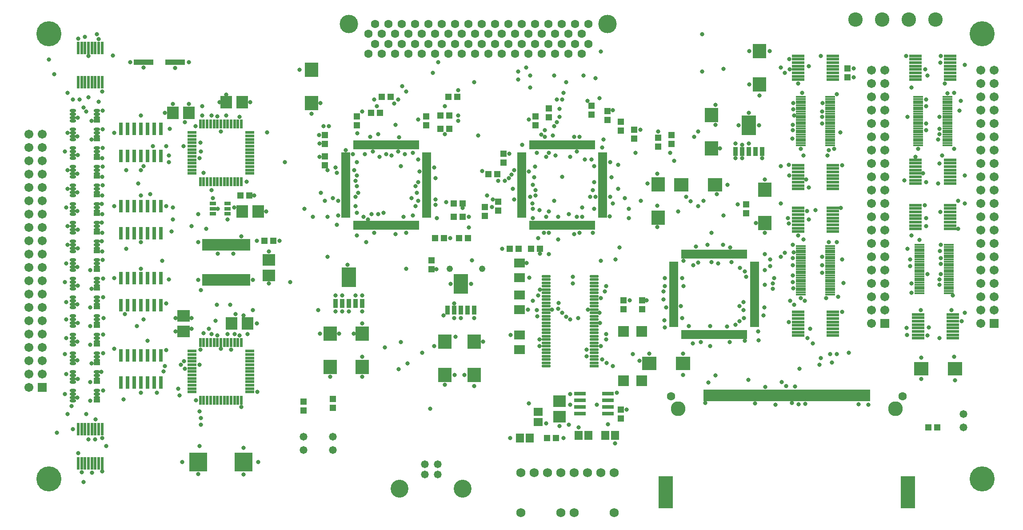
<source format=gts>
%FSLAX24Y24*%
%MOIN*%
G70*
G01*
G75*
%ADD10C,0.0080*%
%ADD11R,0.0157X0.0846*%
%ADD12R,0.0157X0.0846*%
%ADD13R,0.0945X0.1024*%
%ADD14R,0.0650X0.0085*%
%ADD15R,0.0846X0.0157*%
%ADD16R,0.0394X0.0433*%
%ADD17R,0.0118X0.0610*%
%ADD18R,0.0846X0.0157*%
%ADD19R,0.0610X0.0118*%
%ADD20R,0.0600X0.0150*%
%ADD21O,0.0600X0.0150*%
%ADD22R,0.0236X0.0866*%
%ADD23R,0.0433X0.0394*%
%ADD24R,0.0866X0.0787*%
%ADD25R,0.0787X0.0866*%
%ADD26R,0.0157X0.0630*%
%ADD27R,0.0630X0.0157*%
%ADD28R,0.0709X0.0630*%
%ADD29R,0.0709X0.0709*%
%ADD30R,0.0512X0.0591*%
%ADD31R,0.0591X0.0512*%
%ADD32R,0.0807X0.0236*%
%ADD33R,0.1024X0.0945*%
%ADD34R,0.1000X0.1400*%
%ADD35R,0.0300X0.0600*%
%ADD36R,0.1417X0.0315*%
%ADD37R,0.1240X0.1360*%
%ADD38R,0.0173X0.0787*%
%ADD39R,0.0173X0.0787*%
%ADD40R,0.0984X0.2362*%
%ADD41O,0.0394X0.0170*%
%ADD42R,0.0394X0.0170*%
%ADD43R,0.0394X0.0236*%
%ADD44R,0.0177X0.0807*%
%ADD45R,0.0177X0.0807*%
%ADD46C,0.0100*%
%ADD47C,0.0160*%
%ADD48C,0.0070*%
%ADD49C,0.0110*%
%ADD50C,0.0200*%
%ADD51C,0.0120*%
%ADD52C,0.0300*%
%ADD53C,0.0400*%
%ADD54C,0.0500*%
%ADD55C,0.1260*%
%ADD56C,0.1000*%
%ADD57C,0.1800*%
%ADD58C,0.0600*%
%ADD59R,0.0591X0.0591*%
%ADD60C,0.0591*%
%ADD61C,0.1300*%
%ADD62C,0.0550*%
%ADD63C,0.1024*%
%ADD64C,0.0551*%
%ADD65C,0.0250*%
%ADD66C,0.0079*%
%ADD67C,0.0098*%
%ADD68C,0.0060*%
%ADD69C,0.0098*%
%ADD70C,0.0039*%
%ADD71R,0.0079X0.0197*%
%ADD72R,0.0079X0.0197*%
%ADD73C,0.0020*%
%ADD74R,0.0197X0.0079*%
%ADD75R,0.0197X0.0079*%
%ADD76R,0.0237X0.0926*%
%ADD77R,0.0237X0.0926*%
%ADD78R,0.1025X0.1104*%
%ADD79R,0.0730X0.0165*%
%ADD80R,0.0926X0.0237*%
%ADD81R,0.0474X0.0513*%
%ADD82R,0.0198X0.0690*%
%ADD83R,0.0926X0.0237*%
%ADD84R,0.0690X0.0198*%
%ADD85R,0.0680X0.0230*%
%ADD86O,0.0680X0.0230*%
%ADD87R,0.0316X0.0946*%
%ADD88R,0.0513X0.0474*%
%ADD89R,0.0946X0.0867*%
%ADD90R,0.0867X0.0946*%
%ADD91R,0.0237X0.0710*%
%ADD92R,0.0710X0.0237*%
%ADD93R,0.0789X0.0710*%
%ADD94R,0.0789X0.0789*%
%ADD95R,0.0592X0.0671*%
%ADD96R,0.0671X0.0592*%
%ADD97R,0.0887X0.0316*%
%ADD98R,0.1104X0.1025*%
%ADD99R,0.1080X0.1480*%
%ADD100R,0.0380X0.0680*%
%ADD101R,0.1497X0.0395*%
%ADD102R,0.1320X0.1440*%
%ADD103R,0.0253X0.0867*%
%ADD104R,0.0253X0.0867*%
%ADD105R,0.1064X0.2442*%
%ADD106O,0.0474X0.0250*%
%ADD107R,0.0474X0.0250*%
%ADD108R,0.0474X0.0316*%
%ADD109R,0.0257X0.0887*%
%ADD110R,0.0257X0.0887*%
%ADD111C,0.0480*%
%ADD112C,0.0580*%
%ADD113C,0.1340*%
%ADD114C,0.1080*%
%ADD115C,0.1880*%
%ADD116C,0.0680*%
%ADD117R,0.0671X0.0671*%
%ADD118C,0.0671*%
%ADD119C,0.1380*%
%ADD120C,0.0630*%
%ADD121C,0.1104*%
%ADD122C,0.0631*%
%ADD123C,0.0330*%
D76*
X24704Y66089D02*
D03*
X26240D02*
D03*
X26496D02*
D03*
X25984D02*
D03*
X25728D02*
D03*
X25472D02*
D03*
X25216D02*
D03*
X26496Y63511D02*
D03*
X24960D02*
D03*
X25216D02*
D03*
X25472D02*
D03*
X25728D02*
D03*
X25984D02*
D03*
X26240D02*
D03*
X24960Y66089D02*
D03*
X26240Y34911D02*
D03*
X24960Y37489D02*
D03*
X25216D02*
D03*
X25472D02*
D03*
X25728D02*
D03*
X25984D02*
D03*
X26240D02*
D03*
X24704D02*
D03*
X25984Y34911D02*
D03*
X25728D02*
D03*
X25472D02*
D03*
X25216D02*
D03*
X24704D02*
D03*
X24960D02*
D03*
X26496D02*
D03*
D77*
X24704Y63511D02*
D03*
X26496Y37489D02*
D03*
D78*
X46000Y44660D02*
D03*
Y42140D02*
D03*
X75800Y63340D02*
D03*
Y65860D02*
D03*
X43600Y44660D02*
D03*
Y42140D02*
D03*
X52200Y44060D02*
D03*
Y41540D02*
D03*
X76200Y55460D02*
D03*
Y52940D02*
D03*
X68200Y55860D02*
D03*
Y53340D02*
D03*
X72200Y61060D02*
D03*
Y58540D02*
D03*
X54400Y44060D02*
D03*
Y41540D02*
D03*
X42200Y64460D02*
D03*
Y61940D02*
D03*
D79*
X89893Y58789D02*
D03*
Y58946D02*
D03*
Y59104D02*
D03*
Y59261D02*
D03*
Y59419D02*
D03*
Y59576D02*
D03*
Y59734D02*
D03*
Y59891D02*
D03*
Y60049D02*
D03*
Y60206D02*
D03*
Y60364D02*
D03*
Y60521D02*
D03*
Y60679D02*
D03*
Y60836D02*
D03*
Y60994D02*
D03*
Y61151D02*
D03*
Y61309D02*
D03*
Y61466D02*
D03*
Y61624D02*
D03*
Y61781D02*
D03*
Y61939D02*
D03*
Y62096D02*
D03*
Y62254D02*
D03*
Y62411D02*
D03*
X87707Y58789D02*
D03*
Y58946D02*
D03*
Y59104D02*
D03*
Y59261D02*
D03*
Y59419D02*
D03*
Y59576D02*
D03*
Y59734D02*
D03*
Y59891D02*
D03*
Y60049D02*
D03*
Y60206D02*
D03*
Y60364D02*
D03*
Y60521D02*
D03*
Y60679D02*
D03*
Y60836D02*
D03*
Y60994D02*
D03*
Y61151D02*
D03*
Y61309D02*
D03*
Y61466D02*
D03*
Y61624D02*
D03*
Y61781D02*
D03*
Y61939D02*
D03*
Y62096D02*
D03*
Y62254D02*
D03*
Y62411D02*
D03*
X87807Y51311D02*
D03*
Y51154D02*
D03*
Y50996D02*
D03*
Y50839D02*
D03*
Y50681D02*
D03*
Y50524D02*
D03*
Y50366D02*
D03*
Y50209D02*
D03*
Y50051D02*
D03*
Y49894D02*
D03*
Y49736D02*
D03*
Y49579D02*
D03*
Y49421D02*
D03*
Y49264D02*
D03*
Y49106D02*
D03*
Y48949D02*
D03*
Y48791D02*
D03*
Y48634D02*
D03*
Y48476D02*
D03*
Y48319D02*
D03*
Y48161D02*
D03*
Y48004D02*
D03*
Y47846D02*
D03*
Y47689D02*
D03*
X89993Y51311D02*
D03*
Y51154D02*
D03*
Y50996D02*
D03*
Y50839D02*
D03*
Y50681D02*
D03*
Y50524D02*
D03*
Y50366D02*
D03*
Y50209D02*
D03*
Y50051D02*
D03*
Y49894D02*
D03*
Y49736D02*
D03*
Y49579D02*
D03*
Y49421D02*
D03*
Y49264D02*
D03*
Y49106D02*
D03*
Y48949D02*
D03*
Y48791D02*
D03*
Y48634D02*
D03*
Y48476D02*
D03*
Y48319D02*
D03*
Y48161D02*
D03*
Y48004D02*
D03*
Y47846D02*
D03*
Y47689D02*
D03*
X78907Y51211D02*
D03*
Y51054D02*
D03*
Y50896D02*
D03*
Y50739D02*
D03*
Y50581D02*
D03*
Y50424D02*
D03*
Y50266D02*
D03*
Y50109D02*
D03*
Y49951D02*
D03*
Y49794D02*
D03*
Y49636D02*
D03*
Y49479D02*
D03*
Y49321D02*
D03*
Y49164D02*
D03*
Y49006D02*
D03*
Y48849D02*
D03*
Y48691D02*
D03*
Y48534D02*
D03*
Y48376D02*
D03*
Y48219D02*
D03*
Y48061D02*
D03*
Y47904D02*
D03*
Y47746D02*
D03*
Y47589D02*
D03*
X81093Y51211D02*
D03*
Y51054D02*
D03*
Y50896D02*
D03*
Y50739D02*
D03*
Y50581D02*
D03*
Y50424D02*
D03*
Y50266D02*
D03*
Y50109D02*
D03*
Y49951D02*
D03*
Y49794D02*
D03*
Y49636D02*
D03*
Y49479D02*
D03*
Y49321D02*
D03*
Y49164D02*
D03*
Y49006D02*
D03*
Y48849D02*
D03*
Y48691D02*
D03*
Y48534D02*
D03*
Y48376D02*
D03*
Y48219D02*
D03*
Y48061D02*
D03*
Y47904D02*
D03*
Y47746D02*
D03*
Y47589D02*
D03*
Y58789D02*
D03*
Y58946D02*
D03*
Y59104D02*
D03*
Y59261D02*
D03*
Y59419D02*
D03*
Y59576D02*
D03*
Y59734D02*
D03*
Y59891D02*
D03*
Y60049D02*
D03*
Y60206D02*
D03*
Y60364D02*
D03*
Y60521D02*
D03*
Y60679D02*
D03*
Y60836D02*
D03*
Y60994D02*
D03*
Y61151D02*
D03*
Y61309D02*
D03*
Y61466D02*
D03*
Y61624D02*
D03*
Y61781D02*
D03*
Y61939D02*
D03*
Y62096D02*
D03*
Y62254D02*
D03*
Y62411D02*
D03*
X78907Y58789D02*
D03*
Y58946D02*
D03*
Y59104D02*
D03*
Y59261D02*
D03*
Y59419D02*
D03*
Y59576D02*
D03*
Y59734D02*
D03*
Y59891D02*
D03*
Y60049D02*
D03*
Y60206D02*
D03*
Y60364D02*
D03*
Y60521D02*
D03*
Y60679D02*
D03*
Y60836D02*
D03*
Y60994D02*
D03*
Y61151D02*
D03*
Y61309D02*
D03*
Y61466D02*
D03*
Y61624D02*
D03*
Y61781D02*
D03*
Y61939D02*
D03*
Y62096D02*
D03*
Y62254D02*
D03*
Y62411D02*
D03*
D80*
X78711Y64216D02*
D03*
Y57296D02*
D03*
Y52816D02*
D03*
X87511Y64472D02*
D03*
Y53272D02*
D03*
X90089Y63960D02*
D03*
Y64216D02*
D03*
Y64472D02*
D03*
Y64728D02*
D03*
Y64984D02*
D03*
Y65240D02*
D03*
Y65496D02*
D03*
X87511Y63704D02*
D03*
Y63960D02*
D03*
Y64216D02*
D03*
Y64728D02*
D03*
Y64984D02*
D03*
Y65240D02*
D03*
Y65496D02*
D03*
X81289Y63960D02*
D03*
Y64216D02*
D03*
Y64472D02*
D03*
Y64728D02*
D03*
Y64984D02*
D03*
Y65240D02*
D03*
Y65496D02*
D03*
X78711Y63704D02*
D03*
Y63960D02*
D03*
Y64472D02*
D03*
Y64728D02*
D03*
Y64984D02*
D03*
Y65240D02*
D03*
Y65496D02*
D03*
X90089Y56160D02*
D03*
Y56416D02*
D03*
Y56672D02*
D03*
Y56928D02*
D03*
Y57184D02*
D03*
Y57440D02*
D03*
Y57696D02*
D03*
X87511Y55904D02*
D03*
Y56160D02*
D03*
Y56416D02*
D03*
Y56672D02*
D03*
Y56928D02*
D03*
Y57184D02*
D03*
Y57440D02*
D03*
Y57696D02*
D03*
X81289Y55760D02*
D03*
Y56016D02*
D03*
Y56272D02*
D03*
Y56528D02*
D03*
Y56784D02*
D03*
Y57040D02*
D03*
Y57296D02*
D03*
X78711Y55504D02*
D03*
Y55760D02*
D03*
Y56016D02*
D03*
Y56272D02*
D03*
Y56528D02*
D03*
Y56784D02*
D03*
Y57040D02*
D03*
X90089Y52760D02*
D03*
Y53016D02*
D03*
Y53272D02*
D03*
Y53528D02*
D03*
Y53784D02*
D03*
Y54040D02*
D03*
Y54296D02*
D03*
X87511Y52504D02*
D03*
Y52760D02*
D03*
Y53016D02*
D03*
Y53528D02*
D03*
Y53784D02*
D03*
Y54040D02*
D03*
Y54296D02*
D03*
X81289Y52560D02*
D03*
Y52816D02*
D03*
Y53072D02*
D03*
Y53328D02*
D03*
Y53584D02*
D03*
Y53840D02*
D03*
Y54096D02*
D03*
X78711Y52304D02*
D03*
Y52560D02*
D03*
Y53072D02*
D03*
Y53328D02*
D03*
Y53584D02*
D03*
Y53840D02*
D03*
Y54096D02*
D03*
X90289Y44560D02*
D03*
Y44816D02*
D03*
Y45072D02*
D03*
Y45328D02*
D03*
Y45584D02*
D03*
Y45840D02*
D03*
Y46096D02*
D03*
X87711Y44304D02*
D03*
Y44560D02*
D03*
Y44816D02*
D03*
Y45072D02*
D03*
Y45328D02*
D03*
Y45584D02*
D03*
Y45840D02*
D03*
Y46096D02*
D03*
X78711Y46040D02*
D03*
Y45784D02*
D03*
Y45528D02*
D03*
Y45272D02*
D03*
Y45016D02*
D03*
Y44760D02*
D03*
Y44504D02*
D03*
X81289Y46296D02*
D03*
Y46040D02*
D03*
Y45784D02*
D03*
Y45528D02*
D03*
Y45272D02*
D03*
Y45016D02*
D03*
Y44760D02*
D03*
X78711Y46296D02*
D03*
D81*
X41600Y39535D02*
D03*
Y38865D02*
D03*
X43800Y39735D02*
D03*
Y39065D02*
D03*
X65600Y46465D02*
D03*
Y47135D02*
D03*
X67000D02*
D03*
Y46465D02*
D03*
X43200Y57265D02*
D03*
Y57935D02*
D03*
Y58865D02*
D03*
Y59535D02*
D03*
X45600Y60935D02*
D03*
Y60265D02*
D03*
X50800Y60935D02*
D03*
Y60265D02*
D03*
X51200Y50135D02*
D03*
Y49465D02*
D03*
X65400Y60535D02*
D03*
Y59865D02*
D03*
X66400Y59265D02*
D03*
Y59935D02*
D03*
X55200Y54135D02*
D03*
Y53465D02*
D03*
X56200Y53865D02*
D03*
Y54535D02*
D03*
X56600Y57465D02*
D03*
Y58135D02*
D03*
X59000Y60935D02*
D03*
Y60265D02*
D03*
X64400Y60665D02*
D03*
Y61335D02*
D03*
X60000Y60865D02*
D03*
Y61535D02*
D03*
X63200Y61735D02*
D03*
Y61065D02*
D03*
X74800Y53665D02*
D03*
Y54335D02*
D03*
X68200Y58665D02*
D03*
Y59335D02*
D03*
X65400Y38265D02*
D03*
Y38935D02*
D03*
X69200Y59535D02*
D03*
Y58865D02*
D03*
X82400Y64535D02*
D03*
Y63865D02*
D03*
D82*
X48784Y52778D02*
D03*
X48194D02*
D03*
X47997D02*
D03*
X47800D02*
D03*
X70038Y44578D02*
D03*
X70235D02*
D03*
X70431D02*
D03*
X70628D02*
D03*
X70825D02*
D03*
X71022D02*
D03*
X71219D02*
D03*
X71416D02*
D03*
X71613D02*
D03*
X71809D02*
D03*
X72006D02*
D03*
X72203D02*
D03*
X72400D02*
D03*
X72597D02*
D03*
X72794D02*
D03*
X72991D02*
D03*
X73187D02*
D03*
X73384D02*
D03*
X73581D02*
D03*
X73778D02*
D03*
X73975D02*
D03*
X74172D02*
D03*
X74369D02*
D03*
X74565D02*
D03*
X74762D02*
D03*
X70038Y50622D02*
D03*
X70235D02*
D03*
X70431D02*
D03*
X70628D02*
D03*
X70825D02*
D03*
X71022D02*
D03*
X71219D02*
D03*
X71416D02*
D03*
X71613D02*
D03*
X71809D02*
D03*
X72006D02*
D03*
X72203D02*
D03*
X72400D02*
D03*
X72597D02*
D03*
X72794D02*
D03*
X72991D02*
D03*
X73187D02*
D03*
X73384D02*
D03*
X73581D02*
D03*
X73778D02*
D03*
X73975D02*
D03*
X74172D02*
D03*
X74369D02*
D03*
X74565D02*
D03*
X74762D02*
D03*
X58638Y52778D02*
D03*
X58835D02*
D03*
X59032D02*
D03*
X59228D02*
D03*
X59425D02*
D03*
X59622D02*
D03*
X59819D02*
D03*
X60016D02*
D03*
X60213D02*
D03*
X60409D02*
D03*
X60606D02*
D03*
X60803D02*
D03*
X61000D02*
D03*
X61197D02*
D03*
X61394D02*
D03*
X61591D02*
D03*
X61787D02*
D03*
X61984D02*
D03*
X62181D02*
D03*
X62378D02*
D03*
X62575D02*
D03*
X62772D02*
D03*
X62969D02*
D03*
X63165D02*
D03*
X63362D02*
D03*
X58638Y58822D02*
D03*
X58835D02*
D03*
X59032D02*
D03*
X59228D02*
D03*
X59425D02*
D03*
X59622D02*
D03*
X59819D02*
D03*
X60016D02*
D03*
X60213D02*
D03*
X60409D02*
D03*
X60606D02*
D03*
X60803D02*
D03*
X61000D02*
D03*
X61197D02*
D03*
X61394D02*
D03*
X61591D02*
D03*
X61787D02*
D03*
X61984D02*
D03*
X62181D02*
D03*
X62378D02*
D03*
X62575D02*
D03*
X62772D02*
D03*
X62969D02*
D03*
X63165D02*
D03*
X63362D02*
D03*
X45438Y52778D02*
D03*
X45635D02*
D03*
X45831D02*
D03*
X46028D02*
D03*
X46225D02*
D03*
X46422D02*
D03*
X46619D02*
D03*
X46816D02*
D03*
X47013D02*
D03*
X47209D02*
D03*
X47406D02*
D03*
X47603D02*
D03*
X48391D02*
D03*
X48587D02*
D03*
X48981D02*
D03*
X49178D02*
D03*
X49375D02*
D03*
X49572D02*
D03*
X49769D02*
D03*
X49965D02*
D03*
X50162D02*
D03*
X45438Y58822D02*
D03*
X45635D02*
D03*
X45831D02*
D03*
X46028D02*
D03*
X46225D02*
D03*
X46422D02*
D03*
X46619D02*
D03*
X46816D02*
D03*
X47013D02*
D03*
X47209D02*
D03*
X47406D02*
D03*
X47603D02*
D03*
X47800D02*
D03*
X47997D02*
D03*
X48194D02*
D03*
X48391D02*
D03*
X48587D02*
D03*
X48784D02*
D03*
X48981D02*
D03*
X49178D02*
D03*
X49375D02*
D03*
X49572D02*
D03*
X49769D02*
D03*
X49965D02*
D03*
X50162D02*
D03*
D83*
X90089Y55904D02*
D03*
X90289Y44304D02*
D03*
X90089Y63704D02*
D03*
X81289D02*
D03*
Y55504D02*
D03*
X90089Y52504D02*
D03*
X81289Y52304D02*
D03*
Y44504D02*
D03*
D84*
X75422Y45238D02*
D03*
Y45435D02*
D03*
Y45631D02*
D03*
Y45828D02*
D03*
Y46025D02*
D03*
Y46222D02*
D03*
Y46419D02*
D03*
Y46616D02*
D03*
Y46813D02*
D03*
Y47009D02*
D03*
Y47206D02*
D03*
Y47403D02*
D03*
Y47600D02*
D03*
Y47797D02*
D03*
Y47994D02*
D03*
Y48191D02*
D03*
Y48387D02*
D03*
Y48584D02*
D03*
Y48781D02*
D03*
Y48978D02*
D03*
Y49175D02*
D03*
Y49372D02*
D03*
Y49569D02*
D03*
Y49765D02*
D03*
Y49962D02*
D03*
X69378Y45238D02*
D03*
Y45435D02*
D03*
Y45631D02*
D03*
Y45828D02*
D03*
Y46025D02*
D03*
Y46222D02*
D03*
Y46419D02*
D03*
Y46616D02*
D03*
Y46813D02*
D03*
Y47009D02*
D03*
Y47206D02*
D03*
Y47403D02*
D03*
Y47600D02*
D03*
Y47797D02*
D03*
Y47994D02*
D03*
Y48191D02*
D03*
Y48387D02*
D03*
Y48584D02*
D03*
Y48781D02*
D03*
Y48978D02*
D03*
Y49175D02*
D03*
Y49372D02*
D03*
Y49569D02*
D03*
Y49765D02*
D03*
Y49962D02*
D03*
X64022Y53438D02*
D03*
Y53635D02*
D03*
Y53832D02*
D03*
Y54028D02*
D03*
Y54225D02*
D03*
Y54422D02*
D03*
Y54619D02*
D03*
Y54816D02*
D03*
Y55013D02*
D03*
Y55209D02*
D03*
Y55406D02*
D03*
Y55603D02*
D03*
Y55800D02*
D03*
Y55997D02*
D03*
Y56194D02*
D03*
Y56391D02*
D03*
Y56587D02*
D03*
Y56784D02*
D03*
Y56981D02*
D03*
Y57178D02*
D03*
Y57375D02*
D03*
Y57572D02*
D03*
Y57769D02*
D03*
Y57965D02*
D03*
X57978Y53438D02*
D03*
Y53635D02*
D03*
Y53832D02*
D03*
Y54028D02*
D03*
Y54225D02*
D03*
Y54422D02*
D03*
Y54619D02*
D03*
Y54816D02*
D03*
Y55013D02*
D03*
Y55209D02*
D03*
Y55406D02*
D03*
Y55800D02*
D03*
Y55997D02*
D03*
Y56194D02*
D03*
Y56391D02*
D03*
Y56587D02*
D03*
Y56784D02*
D03*
Y56981D02*
D03*
Y57178D02*
D03*
Y57375D02*
D03*
Y57572D02*
D03*
Y57769D02*
D03*
Y57965D02*
D03*
Y58162D02*
D03*
X44778D02*
D03*
Y57965D02*
D03*
Y57769D02*
D03*
Y57572D02*
D03*
Y57375D02*
D03*
Y57178D02*
D03*
Y56981D02*
D03*
Y56784D02*
D03*
Y56587D02*
D03*
Y56391D02*
D03*
Y56194D02*
D03*
Y55997D02*
D03*
Y55800D02*
D03*
Y55603D02*
D03*
Y55406D02*
D03*
Y55209D02*
D03*
Y55013D02*
D03*
Y54816D02*
D03*
Y54619D02*
D03*
Y54422D02*
D03*
Y54225D02*
D03*
Y54028D02*
D03*
Y53832D02*
D03*
Y53635D02*
D03*
Y53438D02*
D03*
X50822Y58162D02*
D03*
Y57965D02*
D03*
Y57769D02*
D03*
Y57572D02*
D03*
Y57375D02*
D03*
Y57178D02*
D03*
Y56981D02*
D03*
Y56784D02*
D03*
Y56587D02*
D03*
Y56391D02*
D03*
Y56194D02*
D03*
Y55997D02*
D03*
Y55800D02*
D03*
Y55603D02*
D03*
Y55406D02*
D03*
Y55209D02*
D03*
Y55013D02*
D03*
Y54816D02*
D03*
Y54619D02*
D03*
Y54422D02*
D03*
Y54225D02*
D03*
Y54028D02*
D03*
Y53832D02*
D03*
Y53635D02*
D03*
Y53438D02*
D03*
X64022Y58162D02*
D03*
X57978Y55603D02*
D03*
D85*
X63400Y42200D02*
D03*
D86*
Y42450D02*
D03*
Y42700D02*
D03*
Y42950D02*
D03*
Y43200D02*
D03*
Y43450D02*
D03*
Y43700D02*
D03*
Y43950D02*
D03*
Y44200D02*
D03*
Y44450D02*
D03*
Y44700D02*
D03*
Y44950D02*
D03*
Y45200D02*
D03*
Y45450D02*
D03*
Y45700D02*
D03*
Y45950D02*
D03*
Y46200D02*
D03*
Y46450D02*
D03*
Y46700D02*
D03*
Y46950D02*
D03*
Y47200D02*
D03*
Y47450D02*
D03*
Y47700D02*
D03*
Y47950D02*
D03*
Y48200D02*
D03*
Y48450D02*
D03*
Y48700D02*
D03*
Y48950D02*
D03*
X59800Y42200D02*
D03*
Y42450D02*
D03*
Y42700D02*
D03*
Y42950D02*
D03*
Y43200D02*
D03*
Y43450D02*
D03*
Y43700D02*
D03*
Y43950D02*
D03*
Y44200D02*
D03*
Y44450D02*
D03*
Y44700D02*
D03*
Y44950D02*
D03*
Y45200D02*
D03*
Y45450D02*
D03*
Y45700D02*
D03*
Y45950D02*
D03*
Y46200D02*
D03*
Y46450D02*
D03*
Y46700D02*
D03*
Y46950D02*
D03*
Y47200D02*
D03*
Y47450D02*
D03*
Y47700D02*
D03*
Y47950D02*
D03*
Y48200D02*
D03*
Y48450D02*
D03*
Y48700D02*
D03*
Y48950D02*
D03*
D87*
X27900Y57976D02*
D03*
X28400D02*
D03*
X28900D02*
D03*
X29900D02*
D03*
X30400D02*
D03*
X30900D02*
D03*
X27900Y60024D02*
D03*
X28400D02*
D03*
X28900D02*
D03*
X29900D02*
D03*
X30400D02*
D03*
X30900D02*
D03*
X27900Y52176D02*
D03*
X28400D02*
D03*
X28900D02*
D03*
X29900D02*
D03*
X30400D02*
D03*
X30900D02*
D03*
X27900Y54224D02*
D03*
X28400D02*
D03*
X28900D02*
D03*
X29900D02*
D03*
X30400D02*
D03*
X30900D02*
D03*
X27900Y46776D02*
D03*
X28400D02*
D03*
X28900D02*
D03*
X29900D02*
D03*
X30400D02*
D03*
X30900D02*
D03*
X27900Y48824D02*
D03*
X28400D02*
D03*
X28900D02*
D03*
X29900D02*
D03*
X30400D02*
D03*
X30900D02*
D03*
X27900Y40976D02*
D03*
X28400D02*
D03*
X28900D02*
D03*
X29900D02*
D03*
X30400D02*
D03*
X30900D02*
D03*
X27900Y43024D02*
D03*
X28400D02*
D03*
X28900D02*
D03*
X29900D02*
D03*
X30400D02*
D03*
X30900D02*
D03*
X29400D02*
D03*
Y48824D02*
D03*
Y54224D02*
D03*
Y60024D02*
D03*
Y40976D02*
D03*
Y46776D02*
D03*
Y52176D02*
D03*
Y57976D02*
D03*
D88*
X36865Y55000D02*
D03*
X37535D02*
D03*
X39335Y51600D02*
D03*
X38665D02*
D03*
X46665Y61200D02*
D03*
X47335D02*
D03*
X51865Y61000D02*
D03*
X52535D02*
D03*
X47465Y62400D02*
D03*
X52135Y51800D02*
D03*
X51465D02*
D03*
X52535Y60000D02*
D03*
X51865D02*
D03*
X52865Y53400D02*
D03*
X53535D02*
D03*
X52465Y62400D02*
D03*
X53135D02*
D03*
X53535Y54400D02*
D03*
X52865D02*
D03*
X53265Y51800D02*
D03*
X53935D02*
D03*
X57735Y51000D02*
D03*
X57065D02*
D03*
X55465Y56600D02*
D03*
X56135D02*
D03*
X89135Y37600D02*
D03*
X88465D02*
D03*
X60535Y36800D02*
D03*
X59865D02*
D03*
X48135Y62400D02*
D03*
X58665Y51000D02*
D03*
X59335D02*
D03*
D89*
X39000Y50191D02*
D03*
Y49009D02*
D03*
X32600Y45991D02*
D03*
X60800Y38409D02*
D03*
Y39591D02*
D03*
X32600Y44809D02*
D03*
D90*
X38191Y53800D02*
D03*
X36209Y45400D02*
D03*
X37391D02*
D03*
X35809Y62000D02*
D03*
X36991D02*
D03*
X32991Y61200D02*
D03*
X31809D02*
D03*
X37009Y53800D02*
D03*
D91*
X33865Y60365D02*
D03*
X34120D02*
D03*
X34376D02*
D03*
X34632D02*
D03*
X34888D02*
D03*
X35144D02*
D03*
X35400D02*
D03*
X35656D02*
D03*
X35912D02*
D03*
X36168D02*
D03*
X36424D02*
D03*
X36680D02*
D03*
X36935D02*
D03*
Y56035D02*
D03*
X36680D02*
D03*
X36424D02*
D03*
X36168D02*
D03*
X35912D02*
D03*
X35656D02*
D03*
X35400D02*
D03*
X35144D02*
D03*
X34888D02*
D03*
X34632D02*
D03*
X34376D02*
D03*
X34120D02*
D03*
X33865D02*
D03*
Y43965D02*
D03*
X34120D02*
D03*
X34376D02*
D03*
X34632D02*
D03*
X34888D02*
D03*
X35144D02*
D03*
X35400D02*
D03*
X35656D02*
D03*
X35912D02*
D03*
X36168D02*
D03*
X36424D02*
D03*
X36680D02*
D03*
X36935D02*
D03*
Y39635D02*
D03*
X36680D02*
D03*
X36424D02*
D03*
X36168D02*
D03*
X35912D02*
D03*
X35656D02*
D03*
X35400D02*
D03*
X35144D02*
D03*
X34888D02*
D03*
X34632D02*
D03*
X34376D02*
D03*
X34120D02*
D03*
X33865D02*
D03*
D92*
X37565Y59735D02*
D03*
Y59480D02*
D03*
Y59224D02*
D03*
Y58968D02*
D03*
Y58712D02*
D03*
Y58456D02*
D03*
Y58200D02*
D03*
Y57944D02*
D03*
Y57688D02*
D03*
Y57432D02*
D03*
Y57176D02*
D03*
Y56920D02*
D03*
Y56665D02*
D03*
X33235D02*
D03*
Y56920D02*
D03*
Y57176D02*
D03*
Y57432D02*
D03*
Y57688D02*
D03*
Y58200D02*
D03*
Y58456D02*
D03*
Y58712D02*
D03*
Y58968D02*
D03*
Y59224D02*
D03*
Y59480D02*
D03*
Y59735D02*
D03*
X37565Y43335D02*
D03*
Y43080D02*
D03*
Y42824D02*
D03*
Y42568D02*
D03*
Y42312D02*
D03*
Y42056D02*
D03*
Y41800D02*
D03*
Y41544D02*
D03*
Y41288D02*
D03*
Y41032D02*
D03*
Y40776D02*
D03*
Y40520D02*
D03*
Y40265D02*
D03*
X33235D02*
D03*
Y40520D02*
D03*
Y40776D02*
D03*
Y41032D02*
D03*
Y41288D02*
D03*
Y41800D02*
D03*
Y42056D02*
D03*
Y42312D02*
D03*
Y42568D02*
D03*
Y42824D02*
D03*
Y43080D02*
D03*
Y43335D02*
D03*
Y41544D02*
D03*
Y57944D02*
D03*
D93*
X57800Y48849D02*
D03*
Y49951D02*
D03*
Y47551D02*
D03*
Y46449D02*
D03*
Y43449D02*
D03*
Y44551D02*
D03*
D94*
X66978Y41099D02*
D03*
Y44800D02*
D03*
X65600Y41099D02*
D03*
Y44800D02*
D03*
D95*
X57826Y36800D02*
D03*
X58574D02*
D03*
X62974Y37000D02*
D03*
X62226D02*
D03*
X64226D02*
D03*
X64974D02*
D03*
D96*
X59200Y38774D02*
D03*
Y38026D02*
D03*
D97*
X62347Y40150D02*
D03*
Y39650D02*
D03*
Y39150D02*
D03*
Y38650D02*
D03*
X64453Y40150D02*
D03*
Y39650D02*
D03*
Y39150D02*
D03*
Y38650D02*
D03*
D98*
X67540Y42400D02*
D03*
X70060D02*
D03*
X69940Y55800D02*
D03*
X72460D02*
D03*
X90460Y42000D02*
D03*
X87940D02*
D03*
D99*
X53400Y48369D02*
D03*
X75000Y60269D02*
D03*
X45000Y48868D02*
D03*
D100*
X52900Y46400D02*
D03*
X54400D02*
D03*
X52400D02*
D03*
X53900D02*
D03*
X53400D02*
D03*
X75000Y58300D02*
D03*
X75500D02*
D03*
X74000D02*
D03*
X76000D02*
D03*
X74500D02*
D03*
X45000Y46900D02*
D03*
X45500D02*
D03*
X44000D02*
D03*
X46000D02*
D03*
X44500D02*
D03*
D101*
X31981Y65000D02*
D03*
X29619D02*
D03*
D102*
X37090Y35000D02*
D03*
X33710D02*
D03*
D103*
X71731Y40024D02*
D03*
X83981D02*
D03*
D104*
X71981D02*
D03*
X72231D02*
D03*
X72481D02*
D03*
X72731D02*
D03*
X72981D02*
D03*
X73231D02*
D03*
X73481D02*
D03*
X73731D02*
D03*
X73981D02*
D03*
X74231D02*
D03*
X74481D02*
D03*
X74731D02*
D03*
X74981D02*
D03*
X75231D02*
D03*
X75731D02*
D03*
X75981D02*
D03*
X76231D02*
D03*
X76481D02*
D03*
X76731D02*
D03*
X76981D02*
D03*
X77231D02*
D03*
X77481D02*
D03*
X77731D02*
D03*
X77981D02*
D03*
X78231D02*
D03*
X78481D02*
D03*
X78731D02*
D03*
X78981D02*
D03*
X79231D02*
D03*
X79481D02*
D03*
X79731D02*
D03*
X79981D02*
D03*
X80231D02*
D03*
X80481D02*
D03*
X80731D02*
D03*
X80981D02*
D03*
X81231D02*
D03*
X81481D02*
D03*
X81731D02*
D03*
X81981D02*
D03*
X82231D02*
D03*
X82481D02*
D03*
X82731D02*
D03*
X82981D02*
D03*
X83231D02*
D03*
X83481D02*
D03*
X83731D02*
D03*
X75481D02*
D03*
D105*
X68776Y32740D02*
D03*
X86937D02*
D03*
D106*
X24289Y61368D02*
D03*
Y61112D02*
D03*
Y60856D02*
D03*
Y60600D02*
D03*
X26100Y61112D02*
D03*
Y60856D02*
D03*
Y59456D02*
D03*
Y59712D02*
D03*
X24289Y59200D02*
D03*
Y59456D02*
D03*
Y59712D02*
D03*
Y59968D02*
D03*
Y58568D02*
D03*
Y58312D02*
D03*
Y58056D02*
D03*
Y57800D02*
D03*
X26100Y58312D02*
D03*
Y58056D02*
D03*
Y56656D02*
D03*
Y56912D02*
D03*
X24289Y56400D02*
D03*
Y56656D02*
D03*
Y56912D02*
D03*
Y57168D02*
D03*
Y55768D02*
D03*
Y55512D02*
D03*
Y55256D02*
D03*
Y55000D02*
D03*
X26100Y55512D02*
D03*
Y55256D02*
D03*
Y53856D02*
D03*
Y54112D02*
D03*
X24289Y53600D02*
D03*
Y53856D02*
D03*
Y54112D02*
D03*
Y54368D02*
D03*
Y52968D02*
D03*
Y52712D02*
D03*
Y52456D02*
D03*
Y52200D02*
D03*
X26100Y52712D02*
D03*
Y52456D02*
D03*
Y51056D02*
D03*
Y51312D02*
D03*
X24289Y50800D02*
D03*
Y51056D02*
D03*
Y51312D02*
D03*
Y51568D02*
D03*
Y40368D02*
D03*
Y40112D02*
D03*
Y39856D02*
D03*
Y39600D02*
D03*
X26100Y40112D02*
D03*
Y39856D02*
D03*
Y41256D02*
D03*
Y41512D02*
D03*
X24289Y41000D02*
D03*
Y41256D02*
D03*
Y41512D02*
D03*
Y41768D02*
D03*
Y43168D02*
D03*
Y42912D02*
D03*
Y42656D02*
D03*
Y42400D02*
D03*
X26100Y42912D02*
D03*
Y42656D02*
D03*
Y44056D02*
D03*
Y44312D02*
D03*
X24289Y43800D02*
D03*
Y44056D02*
D03*
Y44312D02*
D03*
Y44568D02*
D03*
Y45968D02*
D03*
Y45712D02*
D03*
Y45456D02*
D03*
Y45200D02*
D03*
X26100Y45712D02*
D03*
Y45456D02*
D03*
Y46856D02*
D03*
Y47112D02*
D03*
X24289Y46600D02*
D03*
Y46856D02*
D03*
Y47112D02*
D03*
Y47368D02*
D03*
Y48768D02*
D03*
Y48512D02*
D03*
Y48256D02*
D03*
Y48000D02*
D03*
X26100Y48512D02*
D03*
Y48256D02*
D03*
Y49656D02*
D03*
Y49912D02*
D03*
X24289Y49400D02*
D03*
Y49656D02*
D03*
Y49912D02*
D03*
Y50168D02*
D03*
X26100D02*
D03*
Y48768D02*
D03*
Y47368D02*
D03*
Y45968D02*
D03*
Y44568D02*
D03*
Y43168D02*
D03*
Y41768D02*
D03*
Y40368D02*
D03*
Y51568D02*
D03*
Y52968D02*
D03*
Y54368D02*
D03*
Y55768D02*
D03*
Y57168D02*
D03*
Y58568D02*
D03*
Y59968D02*
D03*
Y61368D02*
D03*
D107*
Y60600D02*
D03*
Y59200D02*
D03*
Y57800D02*
D03*
Y56400D02*
D03*
Y55000D02*
D03*
Y53600D02*
D03*
Y52200D02*
D03*
Y50800D02*
D03*
Y39600D02*
D03*
Y41000D02*
D03*
Y42400D02*
D03*
Y43800D02*
D03*
Y45200D02*
D03*
Y46600D02*
D03*
Y48000D02*
D03*
Y49400D02*
D03*
D108*
X35902Y53652D02*
D03*
X34800Y54400D02*
D03*
Y54026D02*
D03*
Y53652D02*
D03*
X35902Y54400D02*
D03*
Y54026D02*
D03*
D109*
X35672Y51309D02*
D03*
X37463D02*
D03*
X37207D02*
D03*
X36952D02*
D03*
X36696D02*
D03*
X36440D02*
D03*
X36184D02*
D03*
X35928D02*
D03*
X35416D02*
D03*
X35160D02*
D03*
X34904D02*
D03*
X34648D02*
D03*
X34393D02*
D03*
X34137D02*
D03*
X37463Y48691D02*
D03*
X37207D02*
D03*
X36952D02*
D03*
X36696D02*
D03*
X36440D02*
D03*
X36184D02*
D03*
X35928D02*
D03*
X35672D02*
D03*
X35416D02*
D03*
X35160D02*
D03*
X34904D02*
D03*
X34648D02*
D03*
X34393D02*
D03*
D110*
X34137D02*
D03*
D111*
X52560Y49500D02*
D03*
X55000D02*
D03*
D112*
X51674Y34067D02*
D03*
X50689Y34854D02*
D03*
X51674D02*
D03*
X50689Y34067D02*
D03*
X41600Y35900D02*
D03*
Y36900D02*
D03*
X43800Y35900D02*
D03*
Y36900D02*
D03*
X91100Y37600D02*
D03*
Y38600D02*
D03*
D113*
X53552Y33000D02*
D03*
X48811D02*
D03*
D114*
X83000Y68200D02*
D03*
X85000D02*
D03*
X87000D02*
D03*
X89000D02*
D03*
D115*
X22500Y67130D02*
D03*
X92500D02*
D03*
Y33750D02*
D03*
X22500D02*
D03*
D116*
X64900Y34200D02*
D03*
X63900D02*
D03*
X62900D02*
D03*
X61900D02*
D03*
X64900Y31200D02*
D03*
X61900D02*
D03*
X59900Y34200D02*
D03*
X60900D02*
D03*
X58900D02*
D03*
X57900D02*
D03*
X60900Y31200D02*
D03*
X57900D02*
D03*
D117*
X22000Y40600D02*
D03*
X93400Y45400D02*
D03*
X85200D02*
D03*
D118*
X21000Y40600D02*
D03*
X22000Y41600D02*
D03*
X21000D02*
D03*
X22000Y42600D02*
D03*
X21000D02*
D03*
X22000Y43600D02*
D03*
X21000D02*
D03*
X22000Y44600D02*
D03*
X21000D02*
D03*
X22000Y45600D02*
D03*
X21000D02*
D03*
X22000Y46600D02*
D03*
X21000D02*
D03*
X22000Y47600D02*
D03*
X21000D02*
D03*
X22000Y48600D02*
D03*
X21000D02*
D03*
X22000Y49600D02*
D03*
X21000D02*
D03*
X22000Y50600D02*
D03*
X21000D02*
D03*
X22000Y51600D02*
D03*
X21000D02*
D03*
X22000Y52600D02*
D03*
X21000D02*
D03*
X22000Y53600D02*
D03*
X21000D02*
D03*
X22000Y54600D02*
D03*
X21000D02*
D03*
X22000Y55600D02*
D03*
X21000D02*
D03*
X22000Y56600D02*
D03*
X21000D02*
D03*
X22000Y57600D02*
D03*
X21000D02*
D03*
X22000Y58600D02*
D03*
X21000D02*
D03*
X22000Y59600D02*
D03*
X21000D02*
D03*
X92400Y64400D02*
D03*
X93400D02*
D03*
X92400Y63400D02*
D03*
X93400D02*
D03*
X92400Y62400D02*
D03*
X93400D02*
D03*
X92400Y61400D02*
D03*
X93400D02*
D03*
X92400Y60400D02*
D03*
X93400D02*
D03*
X92400Y59400D02*
D03*
X93400D02*
D03*
X92400Y58400D02*
D03*
X93400D02*
D03*
X92400Y57400D02*
D03*
X93400D02*
D03*
X92400Y56400D02*
D03*
X93400D02*
D03*
X92400Y55400D02*
D03*
X93400D02*
D03*
X92400Y54400D02*
D03*
X93400D02*
D03*
X92400Y53400D02*
D03*
X93400D02*
D03*
X92400Y52400D02*
D03*
X93400D02*
D03*
X92400Y51400D02*
D03*
X93400D02*
D03*
X92400Y50400D02*
D03*
X93400D02*
D03*
X92400Y49400D02*
D03*
X93400D02*
D03*
X92400Y48400D02*
D03*
X93400D02*
D03*
X92400Y47400D02*
D03*
X93400D02*
D03*
X92400Y46400D02*
D03*
X93400D02*
D03*
X92400Y45400D02*
D03*
X84200Y64400D02*
D03*
X85200D02*
D03*
X84200Y63400D02*
D03*
X85200D02*
D03*
X84200Y62400D02*
D03*
X85200D02*
D03*
X84200Y61400D02*
D03*
X85200D02*
D03*
X84200Y60400D02*
D03*
X85200D02*
D03*
X84200Y59400D02*
D03*
X85200D02*
D03*
X84200Y58400D02*
D03*
X85200D02*
D03*
X84200Y57400D02*
D03*
X85200D02*
D03*
X84200Y56400D02*
D03*
X85200D02*
D03*
X84200Y55400D02*
D03*
X85200D02*
D03*
X84200Y54400D02*
D03*
X85200D02*
D03*
X84200Y53400D02*
D03*
X85200D02*
D03*
X84200Y52400D02*
D03*
X85200D02*
D03*
X84200Y51400D02*
D03*
X85200D02*
D03*
X84200Y50400D02*
D03*
X85200D02*
D03*
X84200Y49400D02*
D03*
X85200D02*
D03*
X84200Y48400D02*
D03*
X85200D02*
D03*
X84200Y47400D02*
D03*
X85200D02*
D03*
X84200Y46400D02*
D03*
X85200D02*
D03*
X84200Y45400D02*
D03*
D119*
X45000Y67880D02*
D03*
X64420D02*
D03*
D120*
X62960D02*
D03*
X62460Y67130D02*
D03*
X61960Y67880D02*
D03*
X61460Y67130D02*
D03*
X60460D02*
D03*
X59960Y67880D02*
D03*
X59460Y67130D02*
D03*
X58960Y67880D02*
D03*
X58460Y67130D02*
D03*
X57960Y67880D02*
D03*
X57460Y67130D02*
D03*
X56960Y67880D02*
D03*
X56460Y67130D02*
D03*
X55960Y67880D02*
D03*
X55460Y67130D02*
D03*
X54960Y67880D02*
D03*
X54460Y67130D02*
D03*
X53960Y67880D02*
D03*
X52460Y67130D02*
D03*
X51960Y67880D02*
D03*
X50460Y67130D02*
D03*
X49960Y67880D02*
D03*
X48460Y67130D02*
D03*
X46960Y67880D02*
D03*
X46460Y67130D02*
D03*
X62460Y65630D02*
D03*
X61960Y66380D02*
D03*
X61460Y65630D02*
D03*
X60960Y66380D02*
D03*
X60460Y65630D02*
D03*
X59960Y66380D02*
D03*
X59460Y65630D02*
D03*
X58960Y66380D02*
D03*
X58460Y65630D02*
D03*
X57960Y66380D02*
D03*
X57460Y65630D02*
D03*
X56960Y66380D02*
D03*
X56460Y65630D02*
D03*
X55960Y66380D02*
D03*
X55460Y65630D02*
D03*
X54960Y66380D02*
D03*
X54460Y65630D02*
D03*
X53960Y66380D02*
D03*
X53460Y65630D02*
D03*
X52960Y66380D02*
D03*
X52460Y65630D02*
D03*
X51960Y66380D02*
D03*
X51460Y65630D02*
D03*
X50960Y66380D02*
D03*
X50460Y65630D02*
D03*
X49960Y66380D02*
D03*
X49460Y65630D02*
D03*
X48960Y66380D02*
D03*
X48460Y65630D02*
D03*
X47960Y66380D02*
D03*
X47460Y65630D02*
D03*
X46960Y66380D02*
D03*
X46460Y65630D02*
D03*
X48960Y67880D02*
D03*
X49460Y67130D02*
D03*
X50960Y67880D02*
D03*
X51460Y67130D02*
D03*
X52960Y67880D02*
D03*
X53460Y67130D02*
D03*
X60960Y67880D02*
D03*
X47460Y67130D02*
D03*
X47960Y67880D02*
D03*
X62960Y66380D02*
D03*
D121*
X69713Y39000D02*
D03*
X86000D02*
D03*
D122*
X86531Y39945D02*
D03*
X69181D02*
D03*
D123*
X31981Y64581D02*
D03*
X33000Y65000D02*
D03*
X37090Y34090D02*
D03*
X38200Y35000D02*
D03*
X37090Y36090D02*
D03*
X54169Y48369D02*
D03*
X52632D02*
D03*
X52100Y46000D02*
D03*
X52900Y46900D02*
D03*
X53400Y45800D02*
D03*
X54400D02*
D03*
X74232Y60269D02*
D03*
X75000Y61200D02*
D03*
X75768Y60269D02*
D03*
X76000Y57800D02*
D03*
X75000Y58900D02*
D03*
X74500Y58800D02*
D03*
Y57800D02*
D03*
X74000Y58900D02*
D03*
Y57800D02*
D03*
X46000Y47500D02*
D03*
Y46300D02*
D03*
X45500Y47500D02*
D03*
X44500D02*
D03*
Y46300D02*
D03*
X44000Y47500D02*
D03*
Y46300D02*
D03*
X48724Y41976D02*
D03*
X42300Y53400D02*
D03*
X34700Y44600D02*
D03*
X34500Y45000D02*
D03*
X34120Y44680D02*
D03*
X31300Y43400D02*
D03*
X33535Y39635D02*
D03*
X33865Y43435D02*
D03*
X35400Y59800D02*
D03*
X35144Y60944D02*
D03*
X50000Y55700D02*
D03*
X49800Y58200D02*
D03*
X48700Y62200D02*
D03*
X49700Y54800D02*
D03*
X69700Y53800D02*
D03*
X60400Y54600D02*
D03*
X61000Y56400D02*
D03*
X62700Y57700D02*
D03*
X63200D02*
D03*
X81600Y51500D02*
D03*
X87200Y47700D02*
D03*
Y48400D02*
D03*
X87100Y49700D02*
D03*
X88400Y49100D02*
D03*
X86900Y51000D02*
D03*
X87100Y50200D02*
D03*
X87807Y51693D02*
D03*
X87511Y57911D02*
D03*
X87707Y58507D02*
D03*
X88300Y59900D02*
D03*
Y60400D02*
D03*
X86900Y60900D02*
D03*
X88300Y62200D02*
D03*
Y61700D02*
D03*
X51565Y49465D02*
D03*
X47714Y43614D02*
D03*
X48500Y52100D02*
D03*
X49300Y49500D02*
D03*
X59800Y37900D02*
D03*
X82500Y43200D02*
D03*
X90984Y45584D02*
D03*
X86828Y45072D02*
D03*
X88072Y56672D02*
D03*
X91200Y56500D02*
D03*
Y54400D02*
D03*
X90700Y54600D02*
D03*
X91200Y46200D02*
D03*
Y64800D02*
D03*
X77700Y50700D02*
D03*
X77400Y50400D02*
D03*
X79800Y43900D02*
D03*
X77400Y57200D02*
D03*
X78000Y57300D02*
D03*
X78028Y56528D02*
D03*
X77400Y54400D02*
D03*
X77928Y53328D02*
D03*
X78000Y52900D02*
D03*
Y45500D02*
D03*
X77700Y64200D02*
D03*
X79500Y64700D02*
D03*
X79100Y58000D02*
D03*
Y51700D02*
D03*
X79200Y47100D02*
D03*
X77400Y64600D02*
D03*
X87200Y52000D02*
D03*
Y63100D02*
D03*
X86860Y44560D02*
D03*
X86660Y56160D02*
D03*
X88300Y53300D02*
D03*
X89296Y44304D02*
D03*
X89200Y55900D02*
D03*
X88228Y64472D02*
D03*
X78306Y49794D02*
D03*
X78339Y48061D02*
D03*
X78300Y48500D02*
D03*
X78306Y49006D02*
D03*
X78300Y51300D02*
D03*
Y50300D02*
D03*
X78361Y50739D02*
D03*
X78907Y58507D02*
D03*
X78265Y59265D02*
D03*
X78300Y59900D02*
D03*
Y60300D02*
D03*
X78335Y61465D02*
D03*
X78400Y61000D02*
D03*
X78339Y61939D02*
D03*
X89411Y51311D02*
D03*
X89339Y50839D02*
D03*
X89400Y50300D02*
D03*
X89406Y49894D02*
D03*
Y49106D02*
D03*
X89300Y48700D02*
D03*
Y48300D02*
D03*
X90300Y47500D02*
D03*
X90800Y61390D02*
D03*
X89200Y59200D02*
D03*
X90400Y58500D02*
D03*
Y62700D02*
D03*
X90900Y62100D02*
D03*
X89893Y62693D02*
D03*
X89300Y60900D02*
D03*
Y59600D02*
D03*
Y60000D02*
D03*
X54000Y53400D02*
D03*
X53535Y54065D02*
D03*
X52300Y54500D02*
D03*
X50200Y60700D02*
D03*
X53200Y61000D02*
D03*
X66065Y47135D02*
D03*
X67335D02*
D03*
X48500Y60300D02*
D03*
X68603Y47797D02*
D03*
X70000Y45800D02*
D03*
X68800Y46600D02*
D03*
X68600Y47200D02*
D03*
X69900Y46700D02*
D03*
X68700Y48200D02*
D03*
X70100D02*
D03*
X68700Y48800D02*
D03*
X70000D02*
D03*
X71022Y51178D02*
D03*
X70100Y50100D02*
D03*
X71219Y49981D02*
D03*
X71900Y51300D02*
D03*
X72700Y49900D02*
D03*
X73058Y51300D02*
D03*
X73600Y51100D02*
D03*
X73700Y50000D02*
D03*
X71731Y39431D02*
D03*
X76231Y40631D02*
D03*
X77000Y39300D02*
D03*
X77800Y40700D02*
D03*
X78231Y39431D02*
D03*
X78481Y40681D02*
D03*
X78731Y39331D02*
D03*
X79231Y39369D02*
D03*
X83231Y39331D02*
D03*
X83981Y39319D02*
D03*
X76200Y50600D02*
D03*
X76600Y50200D02*
D03*
X81600Y43100D02*
D03*
X76600Y49700D02*
D03*
X81100Y43100D02*
D03*
X76900Y48800D02*
D03*
X81231Y42469D02*
D03*
X76800Y48400D02*
D03*
X80400Y42800D02*
D03*
X80300Y42300D02*
D03*
X76800Y48000D02*
D03*
X74300Y46700D02*
D03*
X78800Y42000D02*
D03*
X74600Y46400D02*
D03*
X77481Y41019D02*
D03*
X74628Y45828D02*
D03*
X74300Y45563D02*
D03*
X75731Y44131D02*
D03*
X76200Y49400D02*
D03*
X74800Y48900D02*
D03*
X76200Y48300D02*
D03*
X74600Y47000D02*
D03*
X76184Y46616D02*
D03*
X76100Y46000D02*
D03*
X74700Y44100D02*
D03*
X73581Y44019D02*
D03*
X72100Y43700D02*
D03*
X74000Y45300D02*
D03*
X73384Y45184D02*
D03*
X72100Y45200D02*
D03*
X71400Y44000D02*
D03*
X70800Y43900D02*
D03*
X70500Y45200D02*
D03*
X62200Y45800D02*
D03*
X66000Y54000D02*
D03*
X65700Y54800D02*
D03*
X65200Y55500D02*
D03*
X66900Y54600D02*
D03*
X64300Y44200D02*
D03*
Y44600D02*
D03*
X64200Y47800D02*
D03*
X58551Y48849D02*
D03*
X58351Y49951D02*
D03*
X63900Y47300D02*
D03*
X58800Y47100D02*
D03*
X58449Y46449D02*
D03*
X57149Y44551D02*
D03*
X63400Y56000D02*
D03*
X59200Y47500D02*
D03*
X59350Y47950D02*
D03*
X59300Y44200D02*
D03*
Y43700D02*
D03*
X61800Y48900D02*
D03*
X60750Y46950D02*
D03*
X59100Y46400D02*
D03*
X59150Y45950D02*
D03*
X62950Y46450D02*
D03*
X63800Y46200D02*
D03*
X63850Y45450D02*
D03*
X63900Y43700D02*
D03*
X62850Y43450D02*
D03*
Y42950D02*
D03*
X64800Y42200D02*
D03*
X64350Y42450D02*
D03*
X63500Y54900D02*
D03*
X64000Y42700D02*
D03*
X66000Y53300D02*
D03*
X61600Y45700D02*
D03*
X63100Y54900D02*
D03*
X61300Y45900D02*
D03*
X65000Y50200D02*
D03*
X61000Y46200D02*
D03*
X65300Y51100D02*
D03*
X60700Y46500D02*
D03*
X61800Y48400D02*
D03*
X61500Y53600D02*
D03*
X34700Y55400D02*
D03*
X26500Y50800D02*
D03*
X35809Y62591D02*
D03*
X34700Y61000D02*
D03*
X37600Y62000D02*
D03*
X35300D02*
D03*
X35800Y61000D02*
D03*
X32600Y58700D02*
D03*
X32700Y42000D02*
D03*
X33800Y42300D02*
D03*
X32632Y42568D02*
D03*
X36952Y51948D02*
D03*
X38800Y53800D02*
D03*
X37900Y55000D02*
D03*
X35160Y50640D02*
D03*
X39800Y51600D02*
D03*
X39000Y48400D02*
D03*
Y50800D02*
D03*
X38100Y51600D02*
D03*
X60000Y53800D02*
D03*
X59800Y53400D02*
D03*
X59300Y53900D02*
D03*
X58800Y54000D02*
D03*
X55387Y55013D02*
D03*
X57213Y56587D02*
D03*
X58891Y56391D02*
D03*
X60500Y58013D02*
D03*
X60300Y59500D02*
D03*
X60800Y61500D02*
D03*
X61100Y62700D02*
D03*
X61600Y57900D02*
D03*
X57400Y56900D02*
D03*
X58500Y56800D02*
D03*
X58600Y54900D02*
D03*
X58778Y54422D02*
D03*
X57400Y54700D02*
D03*
X58800Y53300D02*
D03*
X59622Y52222D02*
D03*
X60000Y52200D02*
D03*
X60700Y53400D02*
D03*
X61900Y52100D02*
D03*
X62100Y53400D02*
D03*
X62500D02*
D03*
X63300Y52200D02*
D03*
X62300D02*
D03*
X64562Y53438D02*
D03*
X63300Y55400D02*
D03*
X63400Y54000D02*
D03*
X64800Y54400D02*
D03*
X64600Y54900D02*
D03*
X64691Y56391D02*
D03*
X63400Y57200D02*
D03*
X64600Y57500D02*
D03*
X62300Y59400D02*
D03*
X62100Y58300D02*
D03*
X61900Y59400D02*
D03*
X60000Y58200D02*
D03*
X59100D02*
D03*
X59700Y59400D02*
D03*
X47300Y57900D02*
D03*
X47800Y58100D02*
D03*
X45600Y56500D02*
D03*
X45400Y56900D02*
D03*
X44000Y57100D02*
D03*
X50000Y54200D02*
D03*
X51500Y54700D02*
D03*
X50200Y56000D02*
D03*
X51500Y56300D02*
D03*
X49800Y53500D02*
D03*
X49300Y52200D02*
D03*
X49100Y53400D02*
D03*
X47200Y53600D02*
D03*
X46900Y52200D02*
D03*
X45600Y52000D02*
D03*
X44200Y53500D02*
D03*
X45500Y54200D02*
D03*
X44219Y54619D02*
D03*
X45500Y54900D02*
D03*
Y56100D02*
D03*
X44100Y56700D02*
D03*
X45600Y57500D02*
D03*
X51500Y54300D02*
D03*
X50200Y54600D02*
D03*
X50100Y55200D02*
D03*
X50300Y56800D02*
D03*
X50200Y57700D02*
D03*
X51400Y57100D02*
D03*
X48700Y58300D02*
D03*
X48784Y59384D02*
D03*
X49200Y58100D02*
D03*
X48200Y58000D02*
D03*
X46800Y58300D02*
D03*
X47200Y59600D02*
D03*
X46200Y58100D02*
D03*
X46600Y59400D02*
D03*
X23900Y51300D02*
D03*
X26500Y57800D02*
D03*
Y52200D02*
D03*
Y53600D02*
D03*
Y55000D02*
D03*
Y56400D02*
D03*
X26240Y62040D02*
D03*
X23900Y52700D02*
D03*
X25300Y61300D02*
D03*
X23800Y54100D02*
D03*
X25100Y61600D02*
D03*
X23900Y55500D02*
D03*
X25472Y62372D02*
D03*
X23900Y56900D02*
D03*
X24800Y62200D02*
D03*
X23700Y58300D02*
D03*
X24300Y62200D02*
D03*
X23900Y59700D02*
D03*
Y62700D02*
D03*
X25200Y66900D02*
D03*
X24704Y35696D02*
D03*
X26800Y36200D02*
D03*
X23812Y49912D02*
D03*
X23700Y48500D02*
D03*
X26000Y38200D02*
D03*
X26496Y36804D02*
D03*
X23800Y47000D02*
D03*
Y45700D02*
D03*
X25984Y36716D02*
D03*
X23800Y44300D02*
D03*
X25300Y38600D02*
D03*
X23700Y43100D02*
D03*
X25472Y36728D02*
D03*
X23800Y41600D02*
D03*
X24200Y39200D02*
D03*
X23712Y40112D02*
D03*
X23900Y38600D02*
D03*
X36800Y60900D02*
D03*
X37335Y56035D02*
D03*
X34100Y56700D02*
D03*
X33900Y58300D02*
D03*
X33868Y58968D02*
D03*
X28100Y39700D02*
D03*
X32220Y40520D02*
D03*
X32300Y40000D02*
D03*
X28200Y46100D02*
D03*
X30600Y40200D02*
D03*
X31500Y48700D02*
D03*
X25600Y39600D02*
D03*
X33900Y37800D02*
D03*
X25600Y41000D02*
D03*
X33900Y38300D02*
D03*
X25700Y42400D02*
D03*
X33800Y38800D02*
D03*
X25600Y43800D02*
D03*
Y45200D02*
D03*
Y46600D02*
D03*
X25700Y48000D02*
D03*
X25600Y49400D02*
D03*
X27400Y43500D02*
D03*
X29100Y45200D02*
D03*
X27400Y48800D02*
D03*
X31000Y50100D02*
D03*
X33900Y47900D02*
D03*
X28300Y51000D02*
D03*
Y56900D02*
D03*
X31700Y52300D02*
D03*
X30300Y58700D02*
D03*
X33709Y48691D02*
D03*
X31300Y54200D02*
D03*
X33200Y52700D02*
D03*
X31800Y53200D02*
D03*
X27400Y54200D02*
D03*
X34300Y52500D02*
D03*
X31576Y60024D02*
D03*
X33700Y53600D02*
D03*
X27400Y59700D02*
D03*
X24656Y60856D02*
D03*
X24644Y59456D02*
D03*
X24656Y58056D02*
D03*
X24644Y56656D02*
D03*
Y55256D02*
D03*
Y53856D02*
D03*
X24656Y52456D02*
D03*
Y51056D02*
D03*
X24644Y49656D02*
D03*
X24656Y48256D02*
D03*
X24644Y46856D02*
D03*
X24656Y45456D02*
D03*
X24644Y44056D02*
D03*
Y42656D02*
D03*
X24656Y41256D02*
D03*
X24644Y39856D02*
D03*
X25700Y60600D02*
D03*
X31300Y58700D02*
D03*
X31500Y58000D02*
D03*
X25700Y59200D02*
D03*
X31500Y57500D02*
D03*
X29420Y56920D02*
D03*
X29200Y55900D02*
D03*
X30100Y55100D02*
D03*
X31800Y54100D02*
D03*
X46422Y53222D02*
D03*
X37809Y48691D02*
D03*
X44100Y52800D02*
D03*
X46300Y51500D02*
D03*
X46100Y53400D02*
D03*
X45600Y53700D02*
D03*
Y55700D02*
D03*
X43800Y54800D02*
D03*
X45700Y55200D02*
D03*
X38865Y59735D02*
D03*
X40200Y57500D02*
D03*
X26100Y67100D02*
D03*
X25472Y65472D02*
D03*
X26496Y62804D02*
D03*
X35100Y46800D02*
D03*
X37800Y46400D02*
D03*
X36100Y46800D02*
D03*
X31300Y46900D02*
D03*
X35000Y45600D02*
D03*
X36500Y46100D02*
D03*
X35912Y44600D02*
D03*
X36424D02*
D03*
X35144Y44500D02*
D03*
X38100Y45400D02*
D03*
X37100Y46000D02*
D03*
X37391Y44609D02*
D03*
X36800Y44500D02*
D03*
X36168Y43432D02*
D03*
X35400Y43500D02*
D03*
X31100Y41800D02*
D03*
X31200Y42223D02*
D03*
X33200Y45800D02*
D03*
X32000D02*
D03*
X25728Y34228D02*
D03*
X24311Y37489D02*
D03*
X29400Y61000D02*
D03*
Y55000D02*
D03*
Y49500D02*
D03*
X29900Y44100D02*
D03*
X36935Y39135D02*
D03*
X38135Y40265D02*
D03*
X42700Y46400D02*
D03*
X43200Y54600D02*
D03*
X42909Y55209D02*
D03*
X40600Y48500D02*
D03*
X35174Y54026D02*
D03*
X34800Y54800D02*
D03*
X41672Y54028D02*
D03*
X27300Y65500D02*
D03*
X23100Y37200D02*
D03*
X22900Y64100D02*
D03*
X43400Y50400D02*
D03*
Y53400D02*
D03*
X22500Y65200D02*
D03*
X25100Y33500D02*
D03*
X72200Y50000D02*
D03*
Y52200D02*
D03*
X71613Y54613D02*
D03*
X71200Y54200D02*
D03*
Y59800D02*
D03*
X70825Y49775D02*
D03*
X70900Y59400D02*
D03*
X70628Y54572D02*
D03*
X57100Y36800D02*
D03*
X61100D02*
D03*
X62226Y37626D02*
D03*
X64974Y36426D02*
D03*
X64453Y37847D02*
D03*
X61600Y39300D02*
D03*
Y40100D02*
D03*
X65100Y40200D02*
D03*
X65835Y38935D02*
D03*
X60800Y37700D02*
D03*
X61500Y37800D02*
D03*
X63600Y39300D02*
D03*
X47600Y53700D02*
D03*
X58500Y39400D02*
D03*
X46700Y53600D02*
D03*
X64000Y58600D02*
D03*
X74700Y49300D02*
D03*
X74331Y49569D02*
D03*
X74165Y54335D02*
D03*
X73100Y64500D02*
D03*
X69100Y58200D02*
D03*
X68700Y45100D02*
D03*
X68668Y45631D02*
D03*
X69400Y57600D02*
D03*
X68200Y59800D02*
D03*
X63500Y63800D02*
D03*
X73100Y53500D02*
D03*
X57700Y64300D02*
D03*
X63900Y65800D02*
D03*
X59800Y57900D02*
D03*
X59425Y59575D02*
D03*
X59700Y59900D02*
D03*
X60400Y60200D02*
D03*
X60600Y60500D02*
D03*
X61000Y62200D02*
D03*
X60800Y60900D02*
D03*
X60600Y62200D02*
D03*
X58500Y60700D02*
D03*
X58978Y57178D02*
D03*
X57035Y58135D02*
D03*
X55000Y56850D02*
D03*
X64800Y61400D02*
D03*
X62900Y62100D02*
D03*
X55800Y54700D02*
D03*
X55735Y54135D02*
D03*
X59200Y51800D02*
D03*
X60000Y50600D02*
D03*
X60700Y51700D02*
D03*
X56500Y51000D02*
D03*
X59335Y50635D02*
D03*
X66865Y59935D02*
D03*
X62600Y64000D02*
D03*
X64100Y59200D02*
D03*
X57700Y63700D02*
D03*
X51600Y53300D02*
D03*
X49300Y62800D02*
D03*
X52200Y59600D02*
D03*
X53200Y62900D02*
D03*
X46000Y61300D02*
D03*
X47100Y61700D02*
D03*
X43500Y60200D02*
D03*
X43100D02*
D03*
X44778Y58422D02*
D03*
X42800Y58900D02*
D03*
X45300Y58100D02*
D03*
X42800Y57900D02*
D03*
X43400Y56900D02*
D03*
X42765Y59535D02*
D03*
X45635Y59665D02*
D03*
X46900Y62200D02*
D03*
X49000Y63200D02*
D03*
X54400Y63500D02*
D03*
X52600Y51800D02*
D03*
X54000Y52600D02*
D03*
X58000Y58800D02*
D03*
X61300Y63500D02*
D03*
X54235Y50135D02*
D03*
X54700Y59500D02*
D03*
X53200Y60600D02*
D03*
X58600Y64000D02*
D03*
X60400D02*
D03*
X58300Y64600D02*
D03*
X63800Y62300D02*
D03*
X65200Y57300D02*
D03*
X48900Y57200D02*
D03*
X48400Y61900D02*
D03*
X71500Y67100D02*
D03*
Y64300D02*
D03*
X66500Y58200D02*
D03*
X71981Y40981D02*
D03*
X72500Y41500D02*
D03*
X74981Y41181D02*
D03*
X75700Y44800D02*
D03*
X75481Y39419D02*
D03*
X80396Y65496D02*
D03*
X78700Y63400D02*
D03*
X78072Y64472D02*
D03*
X78040Y65240D02*
D03*
X81996Y57296D02*
D03*
X79300Y56200D02*
D03*
X79500Y55600D02*
D03*
X81896Y54096D02*
D03*
X80000Y53900D02*
D03*
X79360Y53840D02*
D03*
X79500Y53200D02*
D03*
X78711Y52011D02*
D03*
X81996Y46296D02*
D03*
X79400Y44300D02*
D03*
X79600Y45000D02*
D03*
X80500Y61300D02*
D03*
X81600Y62600D02*
D03*
X80539Y61939D02*
D03*
X80500Y60900D02*
D03*
Y60400D02*
D03*
X81866Y59734D02*
D03*
X81400Y58500D02*
D03*
X82000Y50200D02*
D03*
X81000Y51500D02*
D03*
X80500Y50400D02*
D03*
X81700Y47400D02*
D03*
X80500Y49200D02*
D03*
X80494Y49794D02*
D03*
X80800Y47300D02*
D03*
X82100Y48450D02*
D03*
X81000Y58400D02*
D03*
X80900Y58000D02*
D03*
X89384Y64984D02*
D03*
X86804Y65496D02*
D03*
X88400Y64000D02*
D03*
X89700Y63400D02*
D03*
X89404Y65496D02*
D03*
X88300Y56000D02*
D03*
X89300Y57400D02*
D03*
X89500Y58000D02*
D03*
X89384Y53784D02*
D03*
X90696Y52504D02*
D03*
X88300Y52700D02*
D03*
X88196Y54296D02*
D03*
X88400Y44500D02*
D03*
X88500Y45100D02*
D03*
X90200Y46400D02*
D03*
X87900D02*
D03*
X44260Y44660D02*
D03*
X42840D02*
D03*
X43600Y41400D02*
D03*
X46000D02*
D03*
Y42900D02*
D03*
X45360Y44660D02*
D03*
X46000Y45400D02*
D03*
X55060Y44060D02*
D03*
X54400Y40700D02*
D03*
X53660Y41540D02*
D03*
X52940D02*
D03*
X52200Y40800D02*
D03*
X53000Y44400D02*
D03*
X51400Y43700D02*
D03*
X70060Y43140D02*
D03*
Y41540D02*
D03*
X67540Y43140D02*
D03*
X66800Y42600D02*
D03*
X76200Y56200D02*
D03*
Y52200D02*
D03*
X75540Y52940D02*
D03*
X72600Y55100D02*
D03*
X73400Y55800D02*
D03*
X70300Y54900D02*
D03*
X68149Y56649D02*
D03*
Y52649D02*
D03*
Y54249D02*
D03*
X67409Y55909D02*
D03*
X72840Y58540D02*
D03*
X72500Y60300D02*
D03*
Y61800D02*
D03*
X75040Y65860D02*
D03*
Y63340D02*
D03*
X75800Y62500D02*
D03*
X76560Y65860D02*
D03*
X32991Y61891D02*
D03*
X32700Y60500D02*
D03*
X33500Y60200D02*
D03*
X34000Y61000D02*
D03*
Y61700D02*
D03*
X29400Y40200D02*
D03*
Y51500D02*
D03*
X29600Y45700D02*
D03*
X31991Y44809D02*
D03*
X29600Y57200D02*
D03*
X28600Y65000D02*
D03*
X29619Y64619D02*
D03*
X31200Y61200D02*
D03*
X31809Y61891D02*
D03*
X32500Y35000D02*
D03*
X32400Y42300D02*
D03*
X33200Y45000D02*
D03*
X33710Y34110D02*
D03*
X33800Y36200D02*
D03*
Y57800D02*
D03*
X59000Y55000D02*
D03*
X58994Y55406D02*
D03*
X57000Y56300D02*
D03*
X56700Y56100D02*
D03*
X57300Y55500D02*
D03*
X52200Y61700D02*
D03*
X56200Y56100D02*
D03*
X58800Y55800D02*
D03*
X51300Y64200D02*
D03*
X51700Y65000D02*
D03*
X26532Y61368D02*
D03*
Y59968D02*
D03*
Y58568D02*
D03*
Y57168D02*
D03*
Y55768D02*
D03*
X26468Y54368D02*
D03*
Y52968D02*
D03*
Y51568D02*
D03*
X26532Y50168D02*
D03*
X26568Y48768D02*
D03*
Y47368D02*
D03*
X26600Y45800D02*
D03*
X26568Y44568D02*
D03*
Y43168D02*
D03*
X26432Y41768D02*
D03*
X26568Y40368D02*
D03*
X62500Y54100D02*
D03*
X63900Y50100D02*
D03*
X66300Y43100D02*
D03*
X58600Y63100D02*
D03*
X51100Y39000D02*
D03*
X49400Y42400D02*
D03*
X48900Y44000D02*
D03*
X50500Y43200D02*
D03*
X36335Y50635D02*
D03*
X33700Y51500D02*
D03*
X35902Y53202D02*
D03*
X36400Y54100D02*
D03*
X52900Y45800D02*
D03*
X60250Y46450D02*
D03*
X64300Y48200D02*
D03*
X78100Y47100D02*
D03*
X78400Y46800D02*
D03*
X45000Y46300D02*
D03*
X44900Y49820D02*
D03*
X78900Y47300D02*
D03*
X79000Y62700D02*
D03*
X42880Y61940D02*
D03*
X41320Y64460D02*
D03*
X42200Y61140D02*
D03*
X90400Y42900D02*
D03*
X87940Y42840D02*
D03*
X90460Y41160D02*
D03*
X87940Y41260D02*
D03*
X82865Y64535D02*
D03*
Y63865D02*
D03*
X26240Y66740D02*
D03*
X24704Y66796D02*
D03*
X26496Y34304D02*
D03*
X24960Y34240D02*
D03*
M02*

</source>
